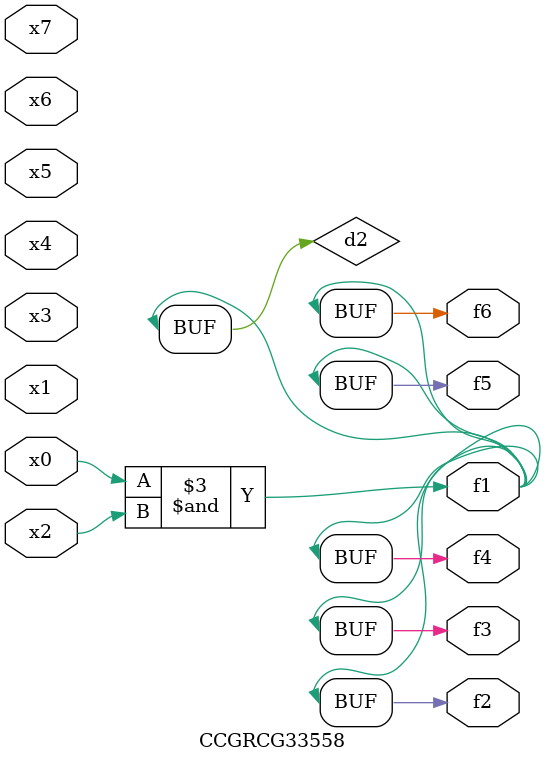
<source format=v>
module CCGRCG33558(
	input x0, x1, x2, x3, x4, x5, x6, x7,
	output f1, f2, f3, f4, f5, f6
);

	wire d1, d2;

	nor (d1, x3, x6);
	and (d2, x0, x2);
	assign f1 = d2;
	assign f2 = d2;
	assign f3 = d2;
	assign f4 = d2;
	assign f5 = d2;
	assign f6 = d2;
endmodule

</source>
